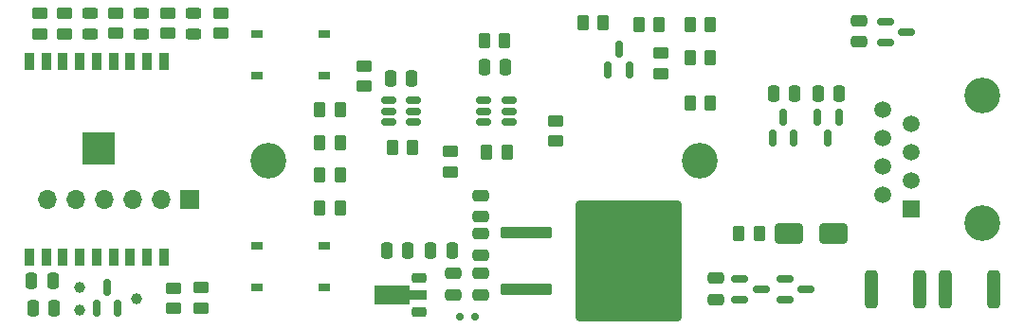
<source format=gbr>
%TF.GenerationSoftware,KiCad,Pcbnew,8.0.4*%
%TF.CreationDate,2025-05-22T08:52:24-04:00*%
%TF.ProjectId,OnionStraws,4f6e696f-6e53-4747-9261-77732e6b6963,rev?*%
%TF.SameCoordinates,Original*%
%TF.FileFunction,Soldermask,Top*%
%TF.FilePolarity,Negative*%
%FSLAX46Y46*%
G04 Gerber Fmt 4.6, Leading zero omitted, Abs format (unit mm)*
G04 Created by KiCad (PCBNEW 8.0.4) date 2025-05-22 08:52:24*
%MOMM*%
%LPD*%
G01*
G04 APERTURE LIST*
G04 Aperture macros list*
%AMRoundRect*
0 Rectangle with rounded corners*
0 $1 Rounding radius*
0 $2 $3 $4 $5 $6 $7 $8 $9 X,Y pos of 4 corners*
0 Add a 4 corners polygon primitive as box body*
4,1,4,$2,$3,$4,$5,$6,$7,$8,$9,$2,$3,0*
0 Add four circle primitives for the rounded corners*
1,1,$1+$1,$2,$3*
1,1,$1+$1,$4,$5*
1,1,$1+$1,$6,$7*
1,1,$1+$1,$8,$9*
0 Add four rect primitives between the rounded corners*
20,1,$1+$1,$2,$3,$4,$5,0*
20,1,$1+$1,$4,$5,$6,$7,0*
20,1,$1+$1,$6,$7,$8,$9,0*
20,1,$1+$1,$8,$9,$2,$3,0*%
%AMFreePoly0*
4,1,9,3.862500,-0.866500,0.737500,-0.866500,0.737500,-0.450000,-0.737500,-0.450000,-0.737500,0.450000,0.737500,0.450000,0.737500,0.866500,3.862500,0.866500,3.862500,-0.866500,3.862500,-0.866500,$1*%
G04 Aperture macros list end*
%ADD10RoundRect,0.250000X-0.250000X-0.475000X0.250000X-0.475000X0.250000X0.475000X-0.250000X0.475000X0*%
%ADD11RoundRect,0.250000X-0.262500X-0.450000X0.262500X-0.450000X0.262500X0.450000X-0.262500X0.450000X0*%
%ADD12RoundRect,0.250000X0.262500X0.450000X-0.262500X0.450000X-0.262500X-0.450000X0.262500X-0.450000X0*%
%ADD13RoundRect,0.150000X0.150000X-0.587500X0.150000X0.587500X-0.150000X0.587500X-0.150000X-0.587500X0*%
%ADD14RoundRect,0.250000X0.312500X1.450000X-0.312500X1.450000X-0.312500X-1.450000X0.312500X-1.450000X0*%
%ADD15R,1.000000X0.750000*%
%ADD16RoundRect,0.243750X0.456250X-0.243750X0.456250X0.243750X-0.456250X0.243750X-0.456250X-0.243750X0*%
%ADD17RoundRect,0.150000X-0.587500X-0.150000X0.587500X-0.150000X0.587500X0.150000X-0.587500X0.150000X0*%
%ADD18RoundRect,0.250000X0.450000X-0.262500X0.450000X0.262500X-0.450000X0.262500X-0.450000X-0.262500X0*%
%ADD19RoundRect,0.250000X-0.450000X0.262500X-0.450000X-0.262500X0.450000X-0.262500X0.450000X0.262500X0*%
%ADD20RoundRect,0.150000X-0.512500X-0.150000X0.512500X-0.150000X0.512500X0.150000X-0.512500X0.150000X0*%
%ADD21RoundRect,0.250000X0.475000X-0.250000X0.475000X0.250000X-0.475000X0.250000X-0.475000X-0.250000X0*%
%ADD22RoundRect,0.250000X0.250000X0.475000X-0.250000X0.475000X-0.250000X-0.475000X0.250000X-0.475000X0*%
%ADD23C,3.200000*%
%ADD24R,0.900000X1.500000*%
%ADD25C,0.600000*%
%ADD26R,2.900000X2.900000*%
%ADD27RoundRect,0.250000X-0.475000X0.250000X-0.475000X-0.250000X0.475000X-0.250000X0.475000X0.250000X0*%
%ADD28RoundRect,0.250000X-2.050000X-0.300000X2.050000X-0.300000X2.050000X0.300000X-2.050000X0.300000X0*%
%ADD29RoundRect,0.250002X-4.449998X-5.149998X4.449998X-5.149998X4.449998X5.149998X-4.449998X5.149998X0*%
%ADD30RoundRect,0.150000X-0.150000X-0.200000X0.150000X-0.200000X0.150000X0.200000X-0.150000X0.200000X0*%
%ADD31RoundRect,0.250000X-0.312500X-1.450000X0.312500X-1.450000X0.312500X1.450000X-0.312500X1.450000X0*%
%ADD32R,1.500000X1.500000*%
%ADD33C,1.500000*%
%ADD34RoundRect,0.225000X0.425000X0.225000X-0.425000X0.225000X-0.425000X-0.225000X0.425000X-0.225000X0*%
%ADD35FreePoly0,180.000000*%
%ADD36RoundRect,0.250000X-1.000000X-0.650000X1.000000X-0.650000X1.000000X0.650000X-1.000000X0.650000X0*%
%ADD37RoundRect,0.150000X-0.150000X0.587500X-0.150000X-0.587500X0.150000X-0.587500X0.150000X0.587500X0*%
%ADD38C,0.990600*%
%ADD39R,1.700000X1.700000*%
%ADD40O,1.700000X1.700000*%
G04 APERTURE END LIST*
D10*
%TO.C,C14*%
X75575000Y-103000000D03*
X77475000Y-103000000D03*
%TD*%
D11*
%TO.C,R25*%
X102700000Y-89800000D03*
X104525000Y-89800000D03*
%TD*%
D12*
%TO.C,R17*%
X86350000Y-94200000D03*
X84525000Y-94200000D03*
%TD*%
D13*
%TO.C,D9*%
X95375000Y-86875000D03*
X97275000Y-86875000D03*
X96325000Y-85000000D03*
%TD*%
D14*
%TO.C,F2*%
X123162500Y-106500000D03*
X118887500Y-106500000D03*
%TD*%
D15*
%TO.C,SW2*%
X64000000Y-102625000D03*
X70000000Y-102625000D03*
X64000000Y-106375000D03*
X70000000Y-106375000D03*
%TD*%
D16*
%TO.C,D6*%
X58337500Y-83625000D03*
X58337500Y-81750000D03*
%TD*%
D17*
%TO.C,Q2*%
X107150000Y-105550000D03*
X107150000Y-107450000D03*
X109025000Y-106500000D03*
%TD*%
D18*
%TO.C,R2*%
X56600000Y-108225000D03*
X56600000Y-106400000D03*
%TD*%
D19*
%TO.C,R7*%
X56030000Y-81775000D03*
X56030000Y-83600000D03*
%TD*%
D11*
%TO.C,R10*%
X69600000Y-90400000D03*
X71425000Y-90400000D03*
%TD*%
D10*
%TO.C,C6*%
X75925000Y-87600000D03*
X77825000Y-87600000D03*
%TD*%
D17*
%TO.C,D1*%
X120150000Y-82550000D03*
X120150000Y-84450000D03*
X122025000Y-83500000D03*
%TD*%
D20*
%TO.C,U5*%
X75750000Y-89600000D03*
X75750000Y-90550000D03*
X75750000Y-91500000D03*
X78025000Y-91500000D03*
X78025000Y-90550000D03*
X78025000Y-89600000D03*
%TD*%
D21*
%TO.C,C3*%
X117800000Y-84350000D03*
X117800000Y-82450000D03*
%TD*%
D11*
%TO.C,R11*%
X69600000Y-93350000D03*
X71425000Y-93350000D03*
%TD*%
D22*
%TO.C,C4*%
X45900000Y-108200000D03*
X44000000Y-108200000D03*
%TD*%
D23*
%TO.C,H1*%
X65000000Y-95000000D03*
%TD*%
D24*
%TO.C,U2*%
X43700000Y-103610000D03*
X45200000Y-103610000D03*
X46700000Y-103610000D03*
X48200000Y-103610000D03*
X49700000Y-103610000D03*
X51200000Y-103610000D03*
X52700000Y-103610000D03*
X54200000Y-103610000D03*
X55700000Y-103610000D03*
X55700000Y-86110000D03*
X54200000Y-86110000D03*
X52700000Y-86110000D03*
X51200000Y-86110000D03*
X49700000Y-86110000D03*
X48200000Y-86110000D03*
X46700000Y-86110000D03*
X45200000Y-86110000D03*
X43700000Y-86110000D03*
D25*
X49350000Y-95000000D03*
X50450000Y-95000000D03*
X48800000Y-94450000D03*
X49900000Y-94450000D03*
X51000000Y-94450000D03*
X49350000Y-93900000D03*
D26*
X49900000Y-93900000D03*
D25*
X50450000Y-93900000D03*
X48800000Y-93350000D03*
X49900000Y-93350000D03*
X51000000Y-93350000D03*
X49350000Y-92800000D03*
X50450000Y-92800000D03*
%TD*%
D11*
%TO.C,R16*%
X76100000Y-93800000D03*
X77925000Y-93800000D03*
%TD*%
%TO.C,R13*%
X69600000Y-99250000D03*
X71425000Y-99250000D03*
%TD*%
D10*
%TO.C,C2*%
X43900000Y-105780000D03*
X45800000Y-105780000D03*
%TD*%
D27*
%TO.C,C12*%
X81525000Y-105100000D03*
X81525000Y-107000000D03*
%TD*%
D17*
%TO.C,Q1*%
X111150000Y-105550000D03*
X111150000Y-107450000D03*
X113025000Y-106500000D03*
%TD*%
D28*
%TO.C,U3*%
X88025000Y-101420000D03*
D29*
X97175000Y-103960000D03*
D28*
X88025000Y-106500000D03*
%TD*%
D22*
%TO.C,C1*%
X86225000Y-86600000D03*
X84325000Y-86600000D03*
%TD*%
D27*
%TO.C,C9*%
X84025000Y-101550000D03*
X84025000Y-103450000D03*
%TD*%
D13*
%TO.C,U1*%
X49700000Y-108200000D03*
X51600000Y-108200000D03*
X50650000Y-106325000D03*
%TD*%
D18*
%TO.C,R21*%
X90725000Y-93225000D03*
X90725000Y-91400000D03*
%TD*%
D12*
%TO.C,R19*%
X94950000Y-82600000D03*
X93125000Y-82600000D03*
%TD*%
D18*
%TO.C,R6*%
X51415000Y-83600000D03*
X51415000Y-81775000D03*
%TD*%
D19*
%TO.C,R20*%
X81325000Y-94175000D03*
X81325000Y-96000000D03*
%TD*%
%TO.C,R1*%
X60800000Y-81775000D03*
X60800000Y-83600000D03*
%TD*%
D21*
%TO.C,C11*%
X84025000Y-107000000D03*
X84025000Y-105100000D03*
%TD*%
D30*
%TO.C,D8*%
X83525000Y-109000000D03*
X82125000Y-109000000D03*
%TD*%
D21*
%TO.C,C8*%
X105025000Y-107400000D03*
X105025000Y-105500000D03*
%TD*%
D27*
%TO.C,C10*%
X84025000Y-98100000D03*
X84025000Y-100000000D03*
%TD*%
D31*
%TO.C,F1*%
X125525000Y-106500000D03*
X129800000Y-106500000D03*
%TD*%
D15*
%TO.C,SW1*%
X64000000Y-83625000D03*
X70000000Y-83625000D03*
X64000000Y-87375000D03*
X70000000Y-87375000D03*
%TD*%
D19*
%TO.C,R15*%
X73600000Y-86487500D03*
X73600000Y-88312500D03*
%TD*%
D18*
%TO.C,R4*%
X44600000Y-83625000D03*
X44600000Y-81800000D03*
%TD*%
D11*
%TO.C,R24*%
X102700000Y-85750000D03*
X104525000Y-85750000D03*
%TD*%
D23*
%TO.C,J1*%
X128775000Y-100552500D03*
X128775000Y-89122500D03*
D32*
X122425000Y-99282500D03*
D33*
X119885000Y-98012500D03*
X122425000Y-96742500D03*
X119885000Y-95472500D03*
X122425000Y-94202500D03*
X119885000Y-92932500D03*
X122425000Y-91662500D03*
X119885000Y-90392500D03*
%TD*%
D23*
%TO.C,H2*%
X103525000Y-95000000D03*
%TD*%
D13*
%TO.C,D3*%
X110075000Y-93000000D03*
X111975000Y-93000000D03*
X111025000Y-91125000D03*
%TD*%
D10*
%TO.C,C5*%
X114125000Y-89000000D03*
X116025000Y-89000000D03*
%TD*%
%TO.C,C13*%
X79525000Y-103000000D03*
X81425000Y-103000000D03*
%TD*%
D11*
%TO.C,R12*%
X69600000Y-96300000D03*
X71425000Y-96300000D03*
%TD*%
D12*
%TO.C,R9*%
X108850000Y-101500000D03*
X107025000Y-101500000D03*
%TD*%
D20*
%TO.C,U4*%
X84250000Y-89600000D03*
X84250000Y-90550000D03*
X84250000Y-91500000D03*
X86525000Y-91500000D03*
X86525000Y-90550000D03*
X86525000Y-89600000D03*
%TD*%
D12*
%TO.C,R14*%
X86150000Y-84200000D03*
X84325000Y-84200000D03*
%TD*%
D11*
%TO.C,R23*%
X102700000Y-82800000D03*
X104525000Y-82800000D03*
%TD*%
D34*
%TO.C,U6*%
X78475000Y-108500000D03*
D35*
X78387500Y-107000000D03*
D34*
X78475000Y-105500000D03*
%TD*%
D19*
%TO.C,R18*%
X100125000Y-85375000D03*
X100125000Y-87200000D03*
%TD*%
%TO.C,R3*%
X59000000Y-106375000D03*
X59000000Y-108200000D03*
%TD*%
D11*
%TO.C,R22*%
X98100000Y-82800000D03*
X99925000Y-82800000D03*
%TD*%
D18*
%TO.C,R5*%
X46800000Y-83625000D03*
X46800000Y-81800000D03*
%TD*%
D10*
%TO.C,C7*%
X110125000Y-89000000D03*
X112025000Y-89000000D03*
%TD*%
D16*
%TO.C,D5*%
X49107500Y-83625000D03*
X49107500Y-81750000D03*
%TD*%
D36*
%TO.C,D7*%
X111525000Y-101500000D03*
X115525000Y-101500000D03*
%TD*%
D16*
%TO.C,D4*%
X53722500Y-83625000D03*
X53722500Y-81750000D03*
%TD*%
D37*
%TO.C,D2*%
X115975000Y-91125000D03*
X114075000Y-91125000D03*
X115025000Y-93000000D03*
%TD*%
D38*
%TO.C,J3*%
X53270000Y-107365000D03*
X48190000Y-108381000D03*
X48190000Y-106349000D03*
%TD*%
D39*
%TO.C,J2*%
X58000000Y-98500000D03*
D40*
X55460000Y-98500000D03*
X52920000Y-98500000D03*
X50380000Y-98500000D03*
X47840000Y-98500000D03*
X45300000Y-98500000D03*
%TD*%
M02*

</source>
